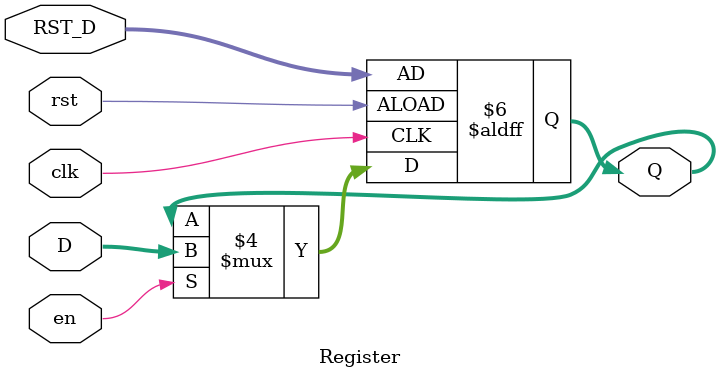
<source format=v>
module Register #(parameter DATA_WIDTH=32)(
  input [(DATA_WIDTH-1):0] D,
  input [(DATA_WIDTH-1):0] RST_D,
  input rst,
  input en,
  input clk,
  output reg [(DATA_WIDTH-1):0]Q
);

always @ (posedge clk, posedge rst)
begin
  if(rst==1)begin
    Q<=RST_D;
  end
  else if (en == 1) begin
    Q<=D;
  end
end
endmodule

</source>
